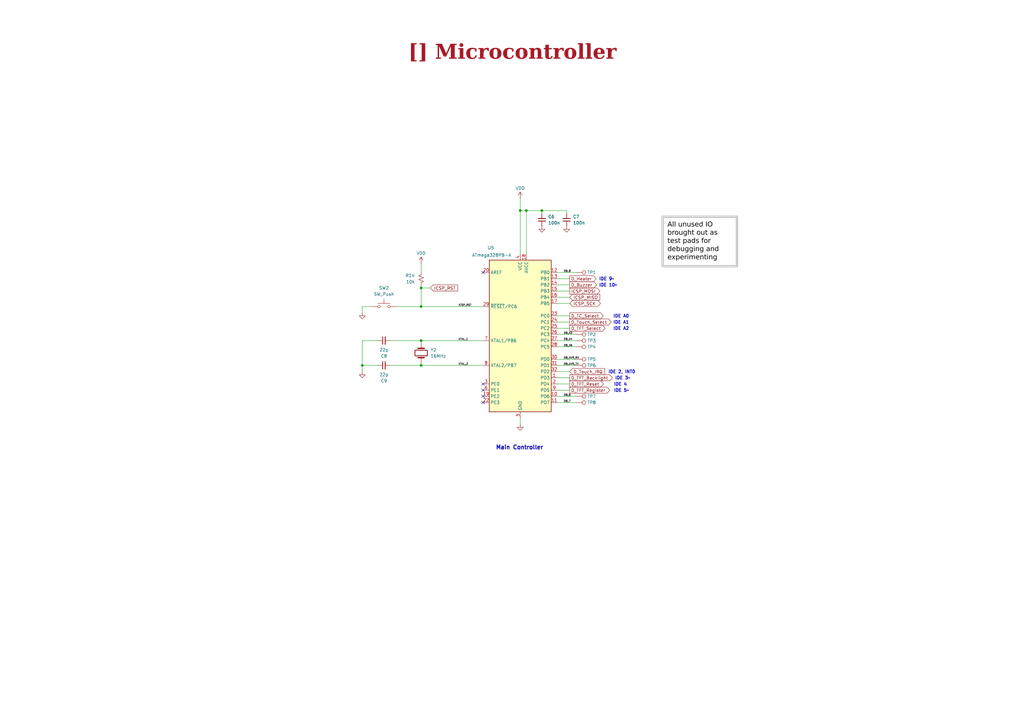
<source format=kicad_sch>
(kicad_sch (version 20250114) (generator "eeschema") (generator_version "9.0")
  (paper "A3")
  (title_block (title "Microcontroller") (date "2025-08-28") (rev "${REVISION}") (company "${COMPANY}"))
  (lib_symbols
    (symbol "ATmega328PB-A_1"
      (property "Reference" "U5" (at -13.462 40.64 0))
      (property "Value" "ATmega328PB-A" (at -19.812 37.592 0))
      (symbol "ATmega328PB-A_1_0_1"
        (rectangle (start -12.7 35.56) (end 12.7 -26.67) (stroke (width 0.254)) (fill (type background)))
      )
      (symbol "ATmega328PB-A_1_1_1"
        (pin passive line (at -15.24 30.48 0) (length 2.54) (name "AREF") (number "20"))
        (pin bidirectional line (at -15.24 16.51 0) (length 2.54) (name "~{RESET}/PC6") (number "29"))
        (pin bidirectional line (at -15.24 2.54 0) (length 2.54) (name "XTAL1/PB6") (number "7"))
        (pin bidirectional line (at -15.24 -7.62 0) (length 2.54) (name "XTAL2/PB7") (number "8"))
        (pin bidirectional line (at -15.24 -15.24 0) (length 2.54) (name "PE0") (number "3"))
        (pin bidirectional line (at -15.24 -17.78 0) (length 2.54) (name "PE1") (number "6"))
        (pin bidirectional line (at -15.24 -20.32 0) (length 2.54) (name "PE2") (number "19"))
        (pin bidirectional line (at -15.24 -22.86 0) (length 2.54) (name "PE3") (number "22"))
        (pin power_in line (at 0 38.1 270) (length 2.54) (name "VCC") (number "4"))
        (pin passive line (at 0 -29.21 90) (length 2.54) (hide yes) (name "GND") (number "21"))
        (pin power_in line (at 0 -29.21 90) (length 2.54) (name "GND") (number "5"))
        (pin power_in line (at 2.54 38.1 270) (length 2.54) (name "AVCC") (number "18"))
        (pin bidirectional line (at 15.24 30.48 180) (length 2.54) (name "PB0") (number "12"))
        (pin bidirectional line (at 15.24 27.94 180) (length 2.54) (name "PB1") (number "13"))
        (pin bidirectional line (at 15.24 25.4 180) (length 2.54) (name "PB2") (number "14"))
        (pin bidirectional line (at 15.24 22.86 180) (length 2.54) (name "PB3") (number "15"))
        (pin bidirectional line (at 15.24 20.32 180) (length 2.54) (name "PB4") (number "16"))
        (pin bidirectional line (at 15.24 17.78 180) (length 2.54) (name "PB5") (number "17"))
        (pin bidirectional line (at 15.24 12.7 180) (length 2.54) (name "PC0") (number "23"))
        (pin bidirectional line (at 15.24 10.16 180) (length 2.54) (name "PC1") (number "24"))
        (pin bidirectional line (at 15.24 7.62 180) (length 2.54) (name "PC2") (number "25"))
        (pin bidirectional line (at 15.24 5.08 180) (length 2.54) (name "PC3") (number "26"))
        (pin bidirectional line (at 15.24 2.54 180) (length 2.54) (name "PC4") (number "27"))
        (pin bidirectional line (at 15.24 0 180) (length 2.54) (name "PC5") (number "28"))
        (pin bidirectional line (at 15.24 -5.08 180) (length 2.54) (name "PD0") (number "30"))
        (pin bidirectional line (at 15.24 -7.62 180) (length 2.54) (name "PD1") (number "31"))
        (pin bidirectional line (at 15.24 -10.16 180) (length 2.54) (name "PD2") (number "32"))
        (pin bidirectional line (at 15.24 -12.7 180) (length 2.54) (name "PD3") (number "1"))
        (pin bidirectional line (at 15.24 -15.24 180) (length 2.54) (name "PD4") (number "2"))
        (pin bidirectional line (at 15.24 -17.78 180) (length 2.54) (name "PD5") (number "9"))
        (pin bidirectional line (at 15.24 -20.32 180) (length 2.54) (name "PD6") (number "10"))
        (pin bidirectional line (at 15.24 -22.86 180) (length 2.54) (name "PD7") (number "11"))
      )
    )
    (symbol "Connector:TestPoint" (pin_numbers (hide yes)) (pin_names (offset 0.762) (hide yes))
      (property "Reference" "TP" (at 0 6.858 0))
      (property "Value" "TestPoint" (at 0 5.08 0))
      (symbol "TestPoint_0_1"
        (circle (center 0 3.302) (radius 0.762))
      )
      (symbol "TestPoint_1_1"
        (pin passive line (at 0 0 90) (length 2.54) (name "1") (number "1"))
      )
    )
    (symbol "Device:C_Small" (pin_numbers (hide yes)) (pin_names (offset 0.254) (hide yes))
      (property "Reference" "C" (at 0.254 1.778 0))
      (property "Value" "C_Small" (at 0.254 -2.032 0))
      (symbol "C_Small_0_1"
        (polyline (pts (xy -1.524 0.508) (xy 1.524 0.508)) (stroke (width 0.3048)))
        (polyline (pts (xy -1.524 -0.508) (xy 1.524 -0.508)) (stroke (width 0.3302)))
      )
      (symbol "C_Small_1_1"
        (pin passive line (at 0 2.54 270) (length 2.032) (name "~") (number "1"))
        (pin passive line (at 0 -2.54 90) (length 2.032) (name "~") (number "2"))
      )
    )
    (symbol "Device:Crystal" (pin_numbers (hide yes)) (pin_names (offset 1.016) (hide yes))
      (property "Reference" "Y" (at 0 3.81 0))
      (property "Value" "Crystal" (at 0 -3.81 0))
      (symbol "Crystal_0_1"
        (polyline (pts (xy -2.54 0) (xy -1.905 0)))
        (polyline (pts (xy -1.905 -1.27) (xy -1.905 1.27)) (stroke (width 0.508)))
        (rectangle (start -1.143 2.54) (end 1.143 -2.54) (stroke (width 0.3048)))
        (polyline (pts (xy 1.905 -1.27) (xy 1.905 1.27)) (stroke (width 0.508)))
        (polyline (pts (xy 2.54 0) (xy 1.905 0)))
      )
      (symbol "Crystal_1_1"
        (pin passive line (at -3.81 0 0) (length 1.27) (name "1") (number "1"))
        (pin passive line (at 3.81 0 180) (length 1.27) (name "2") (number "2"))
      )
    )
    (symbol "Device:R_Small_US" (pin_numbers (hide yes)) (pin_names (offset 0.254) (hide yes))
      (property "Reference" "R" (at 0.762 0.508 0))
      (property "Value" "R_Small_US" (at 0.762 -1.016 0))
      (symbol "R_Small_US_1_1"
        (polyline (pts (xy 0 1.524) (xy 1.016 1.143) (xy 0 0.762) (xy -1.016 0.381) (xy 0 0)))
        (polyline (pts (xy 0 0) (xy 1.016 -0.381) (xy 0 -0.762) (xy -1.016 -1.143) (xy 0 -1.524)))
        (pin passive line (at 0 2.54 270) (length 1.016) (name "~") (number "1"))
        (pin passive line (at 0 -2.54 90) (length 1.016) (name "~") (number "2"))
      )
    )
    (symbol "Switch:SW_Push" (pin_numbers (hide yes)) (pin_names (offset 1.016) (hide yes))
      (property "Reference" "SW" (at 1.27 2.54 0))
      (property "Value" "SW_Push" (at 0 -1.524 0))
      (symbol "SW_Push_0_1"
        (circle (center -2.032 0) (radius 0.508))
        (polyline (pts (xy 0 1.27) (xy 0 3.048)))
        (circle (center 2.032 0) (radius 0.508))
        (polyline (pts (xy 2.54 1.27) (xy -2.54 1.27)))
        (pin passive line (at -5.08 0 0) (length 2.54) (name "1") (number "1"))
        (pin passive line (at 5.08 0 180) (length 2.54) (name "2") (number "2"))
      )
    )
    (symbol "power:GND" (power) (pin_numbers (hide yes)) (pin_names (offset 0) (hide yes))
      (property "Value" "GND" (at 0 -3.81 0))
      (symbol "GND_0_1"
        (polyline (pts (xy 0 0) (xy 0 -1.27) (xy 1.27 -1.27) (xy 0 -2.54) (xy -1.27 -1.27) (xy 0 -1.27)))
      )
      (symbol "GND_1_1"
        (pin power_in line (at 0 0 270) (length 0) (name "~") (number "1"))
      )
    )
    (symbol "power:VDD" (power) (pin_numbers (hide yes)) (pin_names (offset 0) (hide yes))
      (property "Value" "VDD" (at 0 3.556 0))
      (symbol "VDD_0_1"
        (polyline (pts (xy -0.762 1.27) (xy 0 2.54)))
        (polyline (pts (xy 0 2.54) (xy 0.762 1.27)))
        (polyline (pts (xy 0 0) (xy 0 2.54)))
      )
      (symbol "VDD_1_1"
        (pin power_in line (at 0 0 90) (length 0) (name "~") (number "1"))
      )
    )
  )
  (text "IDE 10~" (at 245.618 117.094 0) (effects (font (size 1.27 1.27) (thickness 0.254) (bold yes)) (justify left)))
  (text "IDE 2, INT0" (at 249.428 152.654 0) (effects (font (size 1.27 1.27) (thickness 0.254) (bold yes)) (justify left)))
  (text "IDE A1" (at 251.46 132.334 0) (effects (font (size 1.27 1.27) (thickness 0.254) (bold yes)) (justify left)))
  (text "IDE 5~" (at 251.714 160.274 0) (effects (font (size 1.27 1.27) (thickness 0.254) (bold yes)) (justify left)))
  (text "IDE 4" (at 251.714 157.734 0) (effects (font (size 1.27 1.27) (thickness 0.254) (bold yes)) (justify left)))
  (text "IDE A0" (at 251.46 129.794 0) (effects (font (size 1.27 1.27) (thickness 0.254) (bold yes)) (justify left)))
  (text "IDE 9~" (at 245.618 114.554 0) (effects (font (size 1.27 1.27) (thickness 0.254) (bold yes)) (justify left)))
  (text "Main Controller" (at 213.106 183.642 0) (effects (font (size 1.651 1.651) (thickness 0.3302) (bold yes))))
  (text "IDE 3~" (at 252.222 155.194 0) (effects (font (size 1.27 1.27) (thickness 0.254) (bold yes)) (justify left)))
  (text "IDE A2" (at 251.46 134.874 0) (effects (font (size 1.27 1.27) (thickness 0.254) (bold yes)) (justify left)))
  (text_box "All unused IO brought out as test pads for debugging and experimenting" (at 271.78 88.9 0) (size 30.48 20.32) (margins 2 2 2 2) (stroke (width 1) (color 200 200 200 1)) (effects (font (size 2 2)) (justify left top)))
  (text_box "[${#}] ${TITLE}" (at 10.16 15.24 0) (size 400.05 12.7) (margins 4.4999 4.4999 4.4999 4.4999) (stroke (width -0.0001)) (effects (font (size 6 6) (thickness 1.2) (bold yes))))
  (junction (at 172.72 149.86))
  (junction (at 215.9 86.36))
  (junction (at 172.72 125.73))
  (junction (at 172.72 118.11))
  (junction (at 213.36 86.36))
  (junction (at 222.25 86.36))
  (junction (at 148.59 149.86))
  (junction (at 172.72 139.7))
  (no_connect (at 198.12 160.02))
  (no_connect (at 198.12 111.76))
  (no_connect (at 198.12 162.56))
  (no_connect (at 198.12 157.48))
  (no_connect (at 198.12 165.1))
  (wire (pts (xy 228.6 165.1) (xy 236.22 165.1)))
  (wire (pts (xy 213.36 171.45) (xy 213.36 173.99)))
  (wire (pts (xy 172.72 139.7) (xy 172.72 140.97)))
  (wire (pts (xy 228.6 121.92) (xy 233.68 121.92)))
  (wire (pts (xy 148.59 149.86) (xy 148.59 152.4)))
  (wire (pts (xy 148.59 128.27) (xy 148.59 125.73)))
  (wire (pts (xy 228.6 147.32) (xy 236.22 147.32)))
  (wire (pts (xy 215.9 86.36) (xy 222.25 86.36)))
  (wire (pts (xy 232.41 86.36) (xy 222.25 86.36)))
  (wire (pts (xy 228.6 160.02) (xy 233.68 160.02)))
  (wire (pts (xy 228.6 137.16) (xy 236.22 137.16)))
  (wire (pts (xy 228.6 111.76) (xy 236.22 111.76)))
  (wire (pts (xy 213.36 81.28) (xy 213.36 86.36)))
  (wire (pts (xy 148.59 125.73) (xy 152.4 125.73)))
  (wire (pts (xy 160.02 149.86) (xy 172.72 149.86)))
  (wire (pts (xy 172.72 107.95) (xy 172.72 111.76)))
  (wire (pts (xy 228.6 157.48) (xy 233.68 157.48)))
  (wire (pts (xy 160.02 139.7) (xy 172.72 139.7)))
  (wire (pts (xy 228.6 129.54) (xy 233.68 129.54)))
  (wire (pts (xy 228.6 162.56) (xy 236.22 162.56)))
  (wire (pts (xy 232.41 87.63) (xy 232.41 86.36)))
  (wire (pts (xy 228.6 116.84) (xy 233.68 116.84)))
  (wire (pts (xy 198.12 149.86) (xy 172.72 149.86)))
  (wire (pts (xy 228.6 152.4) (xy 233.68 152.4)))
  (wire (pts (xy 228.6 114.3) (xy 233.68 114.3)))
  (wire (pts (xy 228.6 124.46) (xy 233.68 124.46)))
  (wire (pts (xy 154.94 139.7) (xy 148.59 139.7)))
  (wire (pts (xy 222.25 86.36) (xy 222.25 87.63)))
  (wire (pts (xy 172.72 125.73) (xy 198.12 125.73)))
  (wire (pts (xy 172.72 116.84) (xy 172.72 118.11)))
  (wire (pts (xy 198.12 139.7) (xy 172.72 139.7)))
  (wire (pts (xy 172.72 118.11) (xy 172.72 125.73)))
  (wire (pts (xy 228.6 134.62) (xy 233.68 134.62)))
  (wire (pts (xy 213.36 104.14) (xy 213.36 86.36)))
  (wire (pts (xy 162.56 125.73) (xy 172.72 125.73)))
  (wire (pts (xy 215.9 104.14) (xy 215.9 86.36)))
  (wire (pts (xy 228.6 142.24) (xy 236.22 142.24)))
  (wire (pts (xy 228.6 132.08) (xy 233.68 132.08)))
  (wire (pts (xy 228.6 119.38) (xy 233.68 119.38)))
  (wire (pts (xy 228.6 154.94) (xy 233.68 154.94)))
  (wire (pts (xy 228.6 139.7) (xy 236.22 139.7)))
  (wire (pts (xy 148.59 149.86) (xy 154.94 149.86)))
  (wire (pts (xy 148.59 139.7) (xy 148.59 149.86)))
  (wire (pts (xy 176.53 118.11) (xy 172.72 118.11)))
  (wire (pts (xy 172.72 149.86) (xy 172.72 148.59)))
  (wire (pts (xy 228.6 149.86) (xy 236.22 149.86)))
  (wire (pts (xy 213.36 86.36) (xy 215.9 86.36)))
  (label "DB_A4" (at 231.14 139.7 0) (effects (font (size 0.762 0.762))))
  (label "DB_7" (at 231.14 165.1 0) (effects (font (size 0.762 0.762))))
  (label "DB_8" (at 231.14 111.76 0) (effects (font (size 0.762 0.762))))
  (label "XTAL_2" (at 187.96 149.86 0) (effects (font (size 0.762 0.762))))
  (label "XTAL_1" (at 187.96 139.7 0) (effects (font (size 0.762 0.762))))
  (label "DB_6" (at 231.14 162.56 0) (effects (font (size 0.762 0.762))))
  (label "DB_A5" (at 231.14 142.24 0) (effects (font (size 0.762 0.762))))
  (label "DB_AVR_TX" (at 231.14 149.86 0) (effects (font (size 0.762 0.762))))
  (label "ICSP_RST" (at 187.96 125.73 0) (effects (font (size 0.762 0.762))))
  (label "DB_A3" (at 231.14 137.16 0) (effects (font (size 0.762 0.762))))
  (label "DB_AVR_RX" (at 231.14 147.32 0) (effects (font (size 0.762 0.762))))
  (global_label "D_Heater" (shape output) (at 233.68 114.3 0) (property "Intersheetrefs" "${INTERSHEET_REFS}" (effects (hide yes))))
  (global_label "ICSP_MOSI" (shape output) (at 233.68 119.38 0) (property "Intersheetrefs" "${INTERSHEET_REFS}" (effects (hide yes))))
  (global_label "D_Buzzer" (shape output) (at 233.68 116.84 0) (property "Intersheetrefs" "${INTERSHEET_REFS}" (effects (hide yes))))
  (global_label "D_TFT_Register" (shape output) (at 233.68 160.02 0) (property "Intersheetrefs" "${INTERSHEET_REFS}" (effects (hide yes))))
  (global_label "D_TFT_Reset" (shape output) (at 233.68 157.48 0) (property "Intersheetrefs" "${INTERSHEET_REFS}" (effects (hide yes))))
  (global_label "D_TFT_Backlight" (shape output) (at 233.68 154.94 0) (property "Intersheetrefs" "${INTERSHEET_REFS}" (effects (hide yes))))
  (global_label "ICSP_SCK" (shape bidirectional) (at 233.68 124.46 0) (property "Intersheetrefs" "${INTERSHEET_REFS}" (effects (hide yes))))
  (global_label "D_TC_Select" (shape output) (at 233.68 129.54 0) (property "Intersheetrefs" "${INTERSHEET_REFS}" (effects (hide yes))))
  (global_label "D_TFT_Select" (shape output) (at 233.68 134.62 0) (property "Intersheetrefs" "${INTERSHEET_REFS}" (effects (hide yes))))
  (global_label "D_Touch_IRQ" (shape input) (at 233.68 152.4 0) (property "Intersheetrefs" "${INTERSHEET_REFS}" (effects (hide yes))))
  (global_label "D_Touch_Select" (shape output) (at 233.68 132.08 0) (property "Intersheetrefs" "${INTERSHEET_REFS}" (effects (hide yes))))
  (global_label "ICSP_MISO" (shape input) (at 233.68 121.92 0) (property "Intersheetrefs" "${INTERSHEET_REFS}" (effects (hide yes))))
  (global_label "ICSP_RST" (shape input) (at 176.53 118.11 0) (property "Intersheetrefs" "${INTERSHEET_REFS}" (effects (hide yes))))
  (symbol (lib_id "Connector:TestPoint") (at 236.22 111.76 270) (unit 1)
    (property "Reference" "TP1" (at 240.792 111.76 90) (effects (justify left)))
    (property "Value" "TestPoint" (effects (hide yes)))
    (property "Description" "test point" (effects (hide yes)))
  )
  (symbol (lib_id "Device:C_Small") (at 232.41 90.17 180) (unit 1)
    (property "Reference" "C7" (at 234.95 88.8935 0) (effects (justify right)))
    (property "Value" "100n" (at 234.95 91.4335 0) (effects (justify right)))
    (property "Footprint" "Capacitor_SMD:C_0402_1005Metric" (effects (hide yes)))
    (property "Description" "Unpolarized capacitor, small symbol" (effects (hide yes)))
  )
  (symbol (lib_id "Device:C_Small") (at 157.48 149.86 90) (mirror x) (unit 1)
    (property "Reference" "C9" (at 157.4863 156.21 90))
    (property "Value" "22p" (at 157.4863 153.67 90))
    (property "Footprint" "Capacitor_SMD:C_0402_1005Metric" (effects (hide yes)))
    (property "Description" "Unpolarized capacitor, small symbol" (effects (hide yes)))
  )
  (symbol (lib_id "Connector:TestPoint") (at 236.22 142.24 270) (unit 1)
    (property "Reference" "TP4" (at 240.792 142.24 90) (effects (justify left)))
    (property "Value" "TestPoint" (effects (hide yes)))
    (property "Description" "test point" (effects (hide yes)))
  )
  (symbol (lib_id "power:VDD") (at 172.72 107.95 0) (unit 1)
    (property "Reference" "#PWR011" (effects (hide yes)))
    (property "Value" "VDD" (at 172.72 103.886 0))
    (property "Description" "Power symbol creates a global label with name \"VDD\"" (effects (hide yes)))
  )
  (symbol (lib_id "Device:C_Small") (at 157.48 139.7 90) (mirror x) (unit 1)
    (property "Reference" "C8" (at 157.4863 146.05 90))
    (property "Value" "22p" (at 157.4863 143.51 90))
    (property "Footprint" "Capacitor_SMD:C_0402_1005Metric" (effects (hide yes)))
    (property "Description" "Unpolarized capacitor, small symbol" (effects (hide yes)))
  )
  (symbol (lib_name "ATmega328PB-A_1") (lib_id "MCU_Microchip_ATmega:ATmega328PB-A") (at 213.36 142.24 0) (unit 1)
    (property "Reference" "U5" (at 199.898 101.6 0) (effects (justify left)))
    (property "Value" "ATmega328PB-A" (at 193.548 104.648 0) (effects (justify left)))
    (property "Footprint" "Package_QFP:TQFP-32_7x7mm_P0.8mm" (effects (hide yes)))
    (property "Datasheet" "http://ww1.microchip.com/downloads/en/DeviceDoc/40001906C.pdf" (effects (hide yes)))
    (property "Description" "20MHz, 32kB Flash, 2kB SRAM, 1kB EEPROM, TQFP-32" (effects (hide yes)))
  )
  (symbol (lib_id "Device:C_Small") (at 222.25 90.17 180) (unit 1)
    (property "Reference" "C6" (at 224.79 88.8935 0) (effects (justify right)))
    (property "Value" "100n" (at 224.79 91.4335 0) (effects (justify right)))
    (property "Footprint" "Capacitor_SMD:C_0402_1005Metric" (effects (hide yes)))
    (property "Description" "Unpolarized capacitor, small symbol" (effects (hide yes)))
  )
  (symbol (lib_id "power:GND") (at 222.25 92.71 0) (unit 1)
    (property "Reference" "#PWR019" (effects (hide yes)))
    (property "Value" "GND" (effects (hide yes)))
    (property "Description" "Power symbol creates a global label with name \"GND\" , ground" (effects (hide yes)))
  )
  (symbol (lib_id "Connector:TestPoint") (at 236.22 137.16 270) (unit 1)
    (property "Reference" "TP2" (at 240.792 137.16 90) (effects (justify left)))
    (property "Value" "TestPoint" (effects (hide yes)))
    (property "Description" "test point" (effects (hide yes)))
  )
  (symbol (lib_id "Connector:TestPoint") (at 236.22 139.7 270) (unit 1)
    (property "Reference" "TP3" (at 240.792 139.7 90) (effects (justify left)))
    (property "Value" "TestPoint" (effects (hide yes)))
    (property "Description" "test point" (effects (hide yes)))
  )
  (symbol (lib_id "Connector:TestPoint") (at 236.22 162.56 270) (unit 1)
    (property "Reference" "TP7" (at 240.792 162.56 90) (effects (justify left)))
    (property "Value" "TestPoint" (effects (hide yes)))
    (property "Description" "test point" (effects (hide yes)))
  )
  (symbol (lib_id "Switch:SW_Push") (at 157.48 125.73 0) (unit 1)
    (property "Reference" "SW2" (at 157.48 118.11 0))
    (property "Value" "SW_Push" (at 157.48 120.65 0))
    (property "Footprint" "Button_Switch_THT:SW_Tactile_SPST_Angled_PTS645Vx58-2LFS" (effects (hide yes)))
    (property "Description" "Push button switch, generic, two pins" (effects (hide yes)))
  )
  (symbol (lib_id "Device:Crystal") (at 172.72 144.78 90) (unit 1)
    (property "Reference" "Y2" (at 176.53 143.5099 90) (effects (justify right)))
    (property "Value" "16MHz" (at 176.53 146.0499 90) (effects (justify right)))
    (property "Footprint" "Crystal:Crystal_SMD_3225-4Pin_3.2x2.5mm" (effects (hide yes)))
    (property "Description" "Two pin crystal" (effects (hide yes)))
  )
  (symbol (lib_id "power:VDD") (at 213.36 81.28 0) (unit 1)
    (property "Reference" "#PWR012" (effects (hide yes)))
    (property "Value" "VDD" (at 213.36 77.216 0))
    (property "Description" "Power symbol creates a global label with name \"VDD\"" (effects (hide yes)))
  )
  (symbol (lib_id "power:GND") (at 148.59 128.27 0) (unit 1)
    (property "Reference" "#PWR030" (effects (hide yes)))
    (property "Value" "GND" (effects (hide yes)))
    (property "Description" "Power symbol creates a global label with name \"GND\" , ground" (effects (hide yes)))
  )
  (symbol (lib_id "Connector:TestPoint") (at 236.22 165.1 270) (unit 1)
    (property "Reference" "TP8" (at 240.792 165.1 90) (effects (justify left)))
    (property "Value" "TestPoint" (effects (hide yes)))
    (property "Description" "test point" (effects (hide yes)))
  )
  (symbol (lib_id "power:GND") (at 213.36 173.99 0) (unit 1)
    (property "Reference" "#PWR016" (effects (hide yes)))
    (property "Value" "GND" (effects (hide yes)))
    (property "Description" "Power symbol creates a global label with name \"GND\" , ground" (effects (hide yes)))
  )
  (symbol (lib_id "Connector:TestPoint") (at 236.22 149.86 270) (unit 1)
    (property "Reference" "TP6" (at 240.792 149.86 90) (effects (justify left)))
    (property "Value" "TestPoint" (effects (hide yes)))
    (property "Description" "test point" (effects (hide yes)))
  )
  (symbol (lib_id "Device:R_Small_US") (at 172.72 114.3 0) (mirror x) (unit 1)
    (property "Reference" "R14" (at 170.18 113.0299 0) (effects (justify right)))
    (property "Value" "10k" (at 170.18 115.5699 0) (effects (justify right)))
    (property "Footprint" "Resistor_SMD:R_0402_1005Metric" (effects (hide yes)))
    (property "Description" "Resistor, small US symbol" (effects (hide yes)))
  )
  (symbol (lib_id "power:GND") (at 232.41 92.71 0) (unit 1)
    (property "Reference" "#PWR022" (effects (hide yes)))
    (property "Value" "GND" (effects (hide yes)))
    (property "Description" "Power symbol creates a global label with name \"GND\" , ground" (effects (hide yes)))
  )
  (symbol (lib_id "Connector:TestPoint") (at 236.22 147.32 270) (unit 1)
    (property "Reference" "TP5" (at 240.792 147.32 90) (effects (justify left)))
    (property "Value" "TestPoint" (effects (hide yes)))
    (property "Description" "test point" (effects (hide yes)))
  )
  (symbol (lib_id "power:GND") (at 148.59 152.4 0) (unit 1)
    (property "Reference" "#PWR039" (effects (hide yes)))
    (property "Value" "GND" (effects (hide yes)))
    (property "Description" "Power symbol creates a global label with name \"GND\" , ground" (effects (hide yes)))
  )
)
</source>
